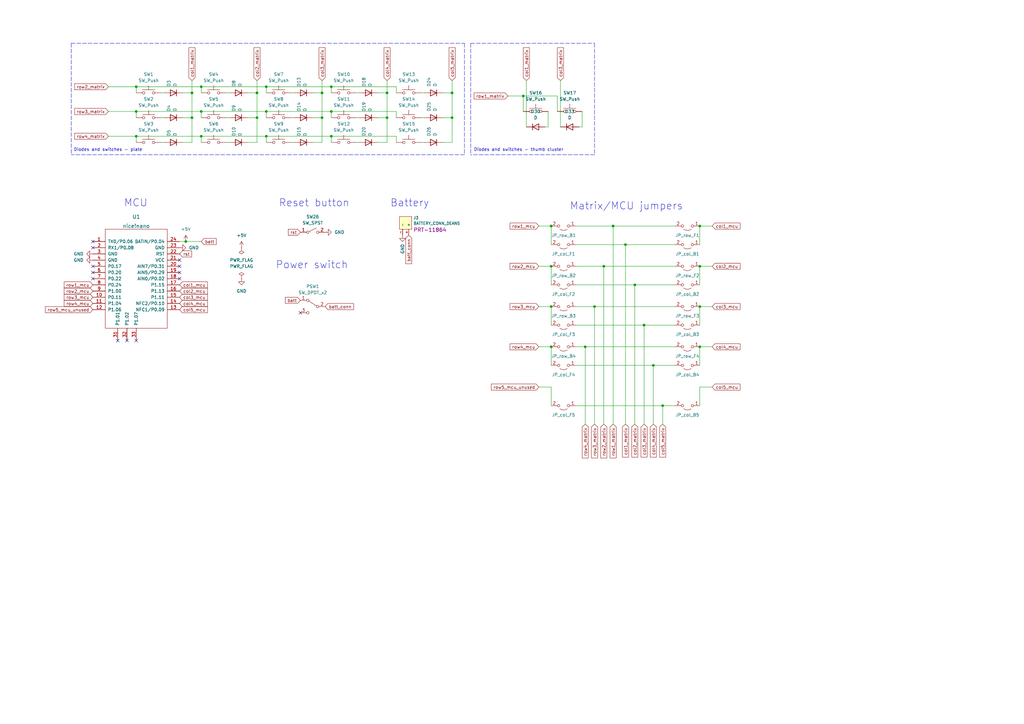
<source format=kicad_sch>
(kicad_sch (version 20211123) (generator eeschema)
  (paper "A3")
  (title_block (title "Enzo Wireless") (rev "0.1"))
  (lib_symbols
    (symbol "Device:D" (pin_numbers hide) (pin_names (offset 1.016) hide)
      (property "Reference" "D" (at 0 2.54 0))
      (property "Value" "D" (at 0 -2.54 0))
      (symbol "D_0_1"
        (polyline (pts (xy -1.27 1.27) (xy -1.27 -1.27)) (stroke (width 0.254)))
        (polyline (pts (xy 1.27 0) (xy -1.27 0)))
        (polyline (pts (xy 1.27 1.27) (xy 1.27 -1.27) (xy -1.27 0) (xy 1.27 1.27)) (stroke (width 0.254)))
      )
      (symbol "D_1_1"
        (pin passive line (at -3.81 0 0) (length 2.54) (name "K") (number "1"))
        (pin passive line (at 3.81 0 180) (length 2.54) (name "A") (number "2"))
      )
    )
    (symbol "Jumper:Jumper_2_Open" (pin_names (offset 0) hide)
      (property "Reference" "JP" (at 0 2.794 0))
      (property "Value" "Jumper_2_Open" (at 0 -2.286 0))
      (symbol "Jumper_2_Open_0_0"
        (circle (center -2.032 0) (radius 0.508))
        (circle (center 2.032 0) (radius 0.508))
      )
      (symbol "Jumper_2_Open_0_1"
        (arc (start 1.524 1.27) (mid 0 1.778) (end -1.524 1.27))
      )
      (symbol "Jumper_2_Open_1_1"
        (pin passive line (at -5.08 0 0) (length 2.54) (name "A") (number "1"))
        (pin passive line (at 5.08 0 180) (length 2.54) (name "B") (number "2"))
      )
    )
    (symbol "SW_Push_1" (pin_numbers hide) (pin_names (offset 1.016) hide)
      (property "Reference" "SW" (at 1.27 2.54 0))
      (property "Value" "SW_Push_1" (at 0 -1.524 0))
      (symbol "SW_Push_1_0_1"
        (circle (center -2.032 0) (radius 0.508))
        (polyline (pts (xy 0 1.27) (xy 0 3.048)))
        (polyline (pts (xy 2.54 1.27) (xy -2.54 1.27)))
        (circle (center 2.032 0) (radius 0.508))
        (pin passive line (at -5.08 0 0) (length 2.54) (name "1") (number "1"))
        (pin passive line (at 5.08 0 180) (length 2.54) (name "2") (number "2"))
      )
    )
    (symbol "SW_Push_10" (pin_numbers hide) (pin_names (offset 1.016) hide)
      (property "Reference" "SW" (at 1.27 2.54 0))
      (property "Value" "SW_Push_10" (at 0 -1.524 0))
      (symbol "SW_Push_10_0_1"
        (circle (center -2.032 0) (radius 0.508))
        (polyline (pts (xy 0 1.27) (xy 0 3.048)))
        (polyline (pts (xy 2.54 1.27) (xy -2.54 1.27)))
        (circle (center 2.032 0) (radius 0.508))
        (pin passive line (at -5.08 0 0) (length 2.54) (name "1") (number "1"))
        (pin passive line (at 5.08 0 180) (length 2.54) (name "2") (number "2"))
      )
    )
    (symbol "SW_Push_11" (pin_numbers hide) (pin_names (offset 1.016) hide)
      (property "Reference" "SW" (at 1.27 2.54 0))
      (property "Value" "SW_Push_11" (at 0 -1.524 0))
      (symbol "SW_Push_11_0_1"
        (circle (center -2.032 0) (radius 0.508))
        (polyline (pts (xy 0 1.27) (xy 0 3.048)))
        (polyline (pts (xy 2.54 1.27) (xy -2.54 1.27)))
        (circle (center 2.032 0) (radius 0.508))
        (pin passive line (at -5.08 0 0) (length 2.54) (name "1") (number "1"))
        (pin passive line (at 5.08 0 180) (length 2.54) (name "2") (number "2"))
      )
    )
    (symbol "SW_Push_12" (pin_numbers hide) (pin_names (offset 1.016) hide)
      (property "Reference" "SW" (at 1.27 2.54 0))
      (property "Value" "SW_Push_12" (at 0 -1.524 0))
      (symbol "SW_Push_12_0_1"
        (circle (center -2.032 0) (radius 0.508))
        (polyline (pts (xy 0 1.27) (xy 0 3.048)))
        (polyline (pts (xy 2.54 1.27) (xy -2.54 1.27)))
        (circle (center 2.032 0) (radius 0.508))
        (pin passive line (at -5.08 0 0) (length 2.54) (name "1") (number "1"))
        (pin passive line (at 5.08 0 180) (length 2.54) (name "2") (number "2"))
      )
    )
    (symbol "SW_Push_13" (pin_numbers hide) (pin_names (offset 1.016) hide)
      (property "Reference" "SW" (at 1.27 2.54 0))
      (property "Value" "SW_Push_13" (at 0 -1.524 0))
      (symbol "SW_Push_13_0_1"
        (circle (center -2.032 0) (radius 0.508))
        (polyline (pts (xy 0 1.27) (xy 0 3.048)))
        (polyline (pts (xy 2.54 1.27) (xy -2.54 1.27)))
        (circle (center 2.032 0) (radius 0.508))
        (pin passive line (at -5.08 0 0) (length 2.54) (name "1") (number "1"))
        (pin passive line (at 5.08 0 180) (length 2.54) (name "2") (number "2"))
      )
    )
    (symbol "SW_Push_14" (pin_numbers hide) (pin_names (offset 1.016) hide)
      (property "Reference" "SW" (at 1.27 2.54 0))
      (property "Value" "SW_Push_14" (at 0 -1.524 0))
      (symbol "SW_Push_14_0_1"
        (circle (center -2.032 0) (radius 0.508))
        (polyline (pts (xy 0 1.27) (xy 0 3.048)))
        (polyline (pts (xy 2.54 1.27) (xy -2.54 1.27)))
        (circle (center 2.032 0) (radius 0.508))
        (pin passive line (at -5.08 0 0) (length 2.54) (name "1") (number "1"))
        (pin passive line (at 5.08 0 180) (length 2.54) (name "2") (number "2"))
      )
    )
    (symbol "SW_Push_15" (pin_numbers hide) (pin_names (offset 1.016) hide)
      (property "Reference" "SW" (at 1.27 2.54 0))
      (property "Value" "SW_Push_15" (at 0 -1.524 0))
      (symbol "SW_Push_15_0_1"
        (circle (center -2.032 0) (radius 0.508))
        (polyline (pts (xy 0 1.27) (xy 0 3.048)))
        (polyline (pts (xy 2.54 1.27) (xy -2.54 1.27)))
        (circle (center 2.032 0) (radius 0.508))
        (pin passive line (at -5.08 0 0) (length 2.54) (name "1") (number "1"))
        (pin passive line (at 5.08 0 180) (length 2.54) (name "2") (number "2"))
      )
    )
    (symbol "SW_Push_16" (pin_numbers hide) (pin_names (offset 1.016) hide)
      (property "Reference" "SW" (at 1.27 2.54 0))
      (property "Value" "SW_Push_16" (at 0 -1.524 0))
      (symbol "SW_Push_16_0_1"
        (circle (center -2.032 0) (radius 0.508))
        (polyline (pts (xy 0 1.27) (xy 0 3.048)))
        (polyline (pts (xy 2.54 1.27) (xy -2.54 1.27)))
        (circle (center 2.032 0) (radius 0.508))
        (pin passive line (at -5.08 0 0) (length 2.54) (name "1") (number "1"))
        (pin passive line (at 5.08 0 180) (length 2.54) (name "2") (number "2"))
      )
    )
    (symbol "SW_Push_2" (pin_numbers hide) (pin_names (offset 1.016) hide)
      (property "Reference" "SW" (at 1.27 2.54 0))
      (property "Value" "SW_Push_2" (at 0 -1.524 0))
      (symbol "SW_Push_2_0_1"
        (circle (center -2.032 0) (radius 0.508))
        (polyline (pts (xy 0 1.27) (xy 0 3.048)))
        (polyline (pts (xy 2.54 1.27) (xy -2.54 1.27)))
        (circle (center 2.032 0) (radius 0.508))
        (pin passive line (at -5.08 0 0) (length 2.54) (name "1") (number "1"))
        (pin passive line (at 5.08 0 180) (length 2.54) (name "2") (number "2"))
      )
    )
    (symbol "SW_Push_3" (pin_numbers hide) (pin_names (offset 1.016) hide)
      (property "Reference" "SW" (at 1.27 2.54 0))
      (property "Value" "SW_Push_3" (at 0 -1.524 0))
      (symbol "SW_Push_3_0_1"
        (circle (center -2.032 0) (radius 0.508))
        (polyline (pts (xy 0 1.27) (xy 0 3.048)))
        (polyline (pts (xy 2.54 1.27) (xy -2.54 1.27)))
        (circle (center 2.032 0) (radius 0.508))
        (pin passive line (at -5.08 0 0) (length 2.54) (name "1") (number "1"))
        (pin passive line (at 5.08 0 180) (length 2.54) (name "2") (number "2"))
      )
    )
    (symbol "SW_Push_4" (pin_numbers hide) (pin_names (offset 1.016) hide)
      (property "Reference" "SW" (at 1.27 2.54 0))
      (property "Value" "SW_Push_4" (at 0 -1.524 0))
      (symbol "SW_Push_4_0_1"
        (circle (center -2.032 0) (radius 0.508))
        (polyline (pts (xy 0 1.27) (xy 0 3.048)))
        (polyline (pts (xy 2.54 1.27) (xy -2.54 1.27)))
        (circle (center 2.032 0) (radius 0.508))
        (pin passive line (at -5.08 0 0) (length 2.54) (name "1") (number "1"))
        (pin passive line (at 5.08 0 180) (length 2.54) (name "2") (number "2"))
      )
    )
    (symbol "SW_Push_5" (pin_numbers hide) (pin_names (offset 1.016) hide)
      (property "Reference" "SW" (at 1.27 2.54 0))
      (property "Value" "SW_Push_5" (at 0 -1.524 0))
      (symbol "SW_Push_5_0_1"
        (circle (center -2.032 0) (radius 0.508))
        (polyline (pts (xy 0 1.27) (xy 0 3.048)))
        (polyline (pts (xy 2.54 1.27) (xy -2.54 1.27)))
        (circle (center 2.032 0) (radius 0.508))
        (pin passive line (at -5.08 0 0) (length 2.54) (name "1") (number "1"))
        (pin passive line (at 5.08 0 180) (length 2.54) (name "2") (number "2"))
      )
    )
    (symbol "SW_Push_6" (pin_numbers hide) (pin_names (offset 1.016) hide)
      (property "Reference" "SW" (at 1.27 2.54 0))
      (property "Value" "SW_Push_6" (at 0 -1.524 0))
      (symbol "SW_Push_6_0_1"
        (circle (center -2.032 0) (radius 0.508))
        (polyline (pts (xy 0 1.27) (xy 0 3.048)))
        (polyline (pts (xy 2.54 1.27) (xy -2.54 1.27)))
        (circle (center 2.032 0) (radius 0.508))
        (pin passive line (at -5.08 0 0) (length 2.54) (name "1") (number "1"))
        (pin passive line (at 5.08 0 180) (length 2.54) (name "2") (number "2"))
      )
    )
    (symbol "SW_Push_7" (pin_numbers hide) (pin_names (offset 1.016) hide)
      (property "Reference" "SW" (at 1.27 2.54 0))
      (property "Value" "SW_Push_7" (at 0 -1.524 0))
      (symbol "SW_Push_7_0_1"
        (circle (center -2.032 0) (radius 0.508))
        (polyline (pts (xy 0 1.27) (xy 0 3.048)))
        (polyline (pts (xy 2.54 1.27) (xy -2.54 1.27)))
        (circle (center 2.032 0) (radius 0.508))
        (pin passive line (at -5.08 0 0) (length 2.54) (name "1") (number "1"))
        (pin passive line (at 5.08 0 180) (length 2.54) (name "2") (number "2"))
      )
    )
    (symbol "SW_Push_8" (pin_numbers hide) (pin_names (offset 1.016) hide)
      (property "Reference" "SW" (at 1.27 2.54 0))
      (property "Value" "SW_Push_8" (at 0 -1.524 0))
      (symbol "SW_Push_8_0_1"
        (circle (center -2.032 0) (radius 0.508))
        (polyline (pts (xy 0 1.27) (xy 0 3.048)))
        (polyline (pts (xy 2.54 1.27) (xy -2.54 1.27)))
        (circle (center 2.032 0) (radius 0.508))
        (pin passive line (at -5.08 0 0) (length 2.54) (name "1") (number "1"))
        (pin passive line (at 5.08 0 180) (length 2.54) (name "2") (number "2"))
      )
    )
    (symbol "SW_Push_9" (pin_numbers hide) (pin_names (offset 1.016) hide)
      (property "Reference" "SW" (at 1.27 2.54 0))
      (property "Value" "SW_Push_9" (at 0 -1.524 0))
      (symbol "SW_Push_9_0_1"
        (circle (center -2.032 0) (radius 0.508))
        (polyline (pts (xy 0 1.27) (xy 0 3.048)))
        (polyline (pts (xy 2.54 1.27) (xy -2.54 1.27)))
        (circle (center 2.032 0) (radius 0.508))
        (pin passive line (at -5.08 0 0) (length 2.54) (name "1") (number "1"))
        (pin passive line (at 5.08 0 180) (length 2.54) (name "2") (number "2"))
      )
    )
    (symbol "SparkFun-Connectors:BATTERY_CONN_DEANS" (pin_names (offset 1.016))
      (property "Reference" "J" (at -5.08 5.08 0))
      (property "Value" "BATTERY_CONN_DEANS" (at -5.08 -3.81 0))
      (property "Field4" "PRT-11864" (at 0 8.89 0))
      (symbol "BATTERY_CONN_DEANS_0_1"
        (rectangle (start 0 3.81) (end -5.08 -1.27) (fill (type background)))
      )
      (symbol "BATTERY_CONN_DEANS_1_1"
        (pin passive line (at 2.54 2.54 180) (length 2.54) (name "+") (number "+"))
        (pin passive line (at 2.54 0 180) (length 2.54) (name "-") (number "-"))
      )
    )
    (symbol "Switch:SW_Push" (pin_numbers hide) (pin_names (offset 1.016) hide)
      (property "Reference" "SW" (at 1.27 2.54 0))
      (property "Value" "SW_Push" (at 0 -1.524 0))
      (symbol "SW_Push_0_1"
        (circle (center -2.032 0) (radius 0.508))
        (polyline (pts (xy 0 1.27) (xy 0 3.048)))
        (polyline (pts (xy 2.54 1.27) (xy -2.54 1.27)))
        (circle (center 2.032 0) (radius 0.508))
        (pin passive line (at -5.08 0 0) (length 2.54) (name "1") (number "1"))
        (pin passive line (at 5.08 0 180) (length 2.54) (name "2") (number "2"))
      )
    )
    (symbol "Switch:SW_SPST" (pin_names (offset 0) hide)
      (property "Reference" "SW" (at 0 3.175 0))
      (property "Value" "SW_SPST" (at 0 -2.54 0))
      (symbol "SW_SPST_0_0"
        (circle (center -2.032 0) (radius 0.508))
        (polyline (pts (xy -1.524 0.254) (xy 1.524 1.778)))
        (circle (center 2.032 0) (radius 0.508))
      )
      (symbol "SW_SPST_1_1"
        (pin passive line (at -5.08 0 0) (length 2.54) (name "A") (number "1"))
        (pin passive line (at 5.08 0 180) (length 2.54) (name "B") (number "2"))
      )
    )
    (symbol "jiran-ble:SW_DPDT" (pin_names hide)
      (property "Reference" "SW" (at 0 7.62 0))
      (property "Value" "SW_DPDT" (at 0 5.715 0))
      (symbol "SW_DPDT_0_0"
        (circle (center -3.302 0) (radius 0.508))
        (circle (center 0.762 -2.54) (radius 0.508))
      )
      (symbol "SW_DPDT_0_1"
        (polyline (pts (xy -2.794 0.254) (xy 0.381 2.286)))
        (circle (center 0.762 2.54) (radius 0.508))
      )
      (symbol "SW_DPDT_1_1"
        (pin passive line (at 3.81 2.54 180) (length 2.54) (name "A") (number "1"))
        (pin passive line (at -6.35 0 0) (length 2.54) (name "B") (number "2"))
        (pin passive line (at 3.81 -2.54 180) (length 2.54) (name "C") (number "3"))
      )
    )
    (symbol "nice_nano:nice_nano" (pin_names (offset 1.016))
      (property "Reference" "U" (at 0 0 0))
      (property "Value" "nice_nano" (at 0 2.54 0))
      (symbol "nice_nano_0_1"
        (rectangle (start -12.7 -21.59) (end 12.7 19.05))
      )
      (symbol "nice_nano_1_1"
        (pin input line (at -17.78 13.97 0) (length 5.08) (name "TX0/P0.06") (number "1"))
        (pin input line (at -17.78 -8.89 0) (length 5.08) (name "P0.11") (number "10"))
        (pin input line (at -17.78 -11.43 0) (length 5.08) (name "P1.04") (number "11"))
        (pin input line (at -17.78 -13.97 0) (length 5.08) (name "P1.06") (number "12"))
        (pin input line (at 17.78 -13.97 180) (length 5.08) (name "NFC1/P0.09") (number "13"))
        (pin input line (at 17.78 -11.43 180) (length 5.08) (name "NFC2/P0.10") (number "14"))
        (pin input line (at 17.78 -8.89 180) (length 5.08) (name "P1.11") (number "15"))
        (pin input line (at 17.78 -6.35 180) (length 5.08) (name "P1.13") (number "16"))
        (pin input line (at 17.78 -3.81 180) (length 5.08) (name "P1.15") (number "17"))
        (pin input line (at 17.78 -1.27 180) (length 5.08) (name "AIN0/P0.02") (number "18"))
        (pin input line (at 17.78 1.27 180) (length 5.08) (name "AIN5/P0.29") (number "19"))
        (pin input line (at -17.78 11.43 0) (length 5.08) (name "RX1/P0.08") (number "2"))
        (pin input line (at 17.78 3.81 180) (length 5.08) (name "AIN7/P0.31") (number "20"))
        (pin input line (at 17.78 6.35 180) (length 5.08) (name "VCC") (number "21"))
        (pin input line (at 17.78 8.89 180) (length 5.08) (name "RST") (number "22"))
        (pin input line (at 17.78 11.43 180) (length 5.08) (name "GND") (number "23"))
        (pin input line (at 17.78 13.97 180) (length 5.08) (name "BATIN/P0.04") (number "24"))
        (pin input line (at -17.78 8.89 0) (length 5.08) (name "GND") (number "3"))
        (pin input line (at -7.62 -26.67 90) (length 5.08) (name "P1.01") (number "31"))
        (pin input line (at -3.81 -26.67 90) (length 5.08) (name "P1.02") (number "32"))
        (pin input line (at 0 -26.67 90) (length 5.08) (name "P1.07") (number "33"))
        (pin input line (at -17.78 6.35 0) (length 5.08) (name "GND") (number "4"))
        (pin input line (at -17.78 3.81 0) (length 5.08) (name "P0.17") (number "5"))
        (pin input line (at -17.78 1.27 0) (length 5.08) (name "P0.20") (number "6"))
        (pin input line (at -17.78 -1.27 0) (length 5.08) (name "P0.22") (number "7"))
        (pin input line (at -17.78 -3.81 0) (length 5.08) (name "P0.24") (number "8"))
        (pin input line (at -17.78 -6.35 0) (length 5.08) (name "P1.00") (number "9"))
      )
    )
    (symbol "power:+5V" (power) (pin_names (offset 0))
      (property "Value" "+5V" (at 0 3.556 0))
      (symbol "+5V_0_1"
        (polyline (pts (xy -0.762 1.27) (xy 0 2.54)))
        (polyline (pts (xy 0 0) (xy 0 2.54)))
        (polyline (pts (xy 0 2.54) (xy 0.762 1.27)))
      )
      (symbol "+5V_1_1"
        (pin power_in line (at 0 0 90) (length 0) hide (name "+5V") (number "1"))
      )
    )
    (symbol "power:GND" (power) (pin_names (offset 0))
      (property "Value" "GND" (at 0 -3.81 0))
      (symbol "GND_0_1"
        (polyline (pts (xy 0 0) (xy 0 -1.27) (xy 1.27 -1.27) (xy 0 -2.54) (xy -1.27 -1.27) (xy 0 -1.27)))
      )
      (symbol "GND_1_1"
        (pin power_in line (at 0 0 270) (length 0) hide (name "GND") (number "1"))
      )
    )
    (symbol "power:PWR_FLAG" (power) (pin_numbers hide) (pin_names (offset 0) hide)
      (property "Value" "PWR_FLAG" (at 0 3.81 0))
      (symbol "PWR_FLAG_0_0"
        (pin power_out line (at 0 0 90) (length 0) (name "pwr") (number "1"))
      )
      (symbol "PWR_FLAG_0_1"
        (polyline (pts (xy 0 0) (xy 0 1.27) (xy -1.016 1.905) (xy 0 2.54) (xy 1.016 1.905) (xy 0 1.27)))
      )
    )
  )
  (junction (at 240.03 142.24))
  (junction (at 267.97 149.86))
  (junction (at 226.06 125.73))
  (junction (at 287.02 92.71))
  (junction (at 287.02 109.22))
  (junction (at 109.22 45.72))
  (junction (at 214.63 39.37))
  (junction (at 82.55 55.88))
  (junction (at 76.2 99.06))
  (junction (at 55.88 55.88))
  (junction (at 105.41 38.1))
  (junction (at 226.06 142.24))
  (junction (at 109.22 35.56))
  (junction (at 185.42 38.1))
  (junction (at 135.89 55.88))
  (junction (at 82.55 35.56))
  (junction (at 264.16 133.35))
  (junction (at 132.08 38.1))
  (junction (at 287.02 142.24))
  (junction (at 158.75 38.1))
  (junction (at 132.08 48.26))
  (junction (at 135.89 45.72))
  (junction (at 185.42 48.26))
  (junction (at 243.84 125.73))
  (junction (at 82.55 45.72))
  (junction (at 260.35 116.84))
  (junction (at 109.22 55.88))
  (junction (at 256.54 100.33))
  (junction (at 226.06 92.71))
  (junction (at 226.06 109.22))
  (junction (at 135.89 35.56))
  (junction (at 251.46 92.71))
  (junction (at 78.74 38.1))
  (junction (at 105.41 48.26))
  (junction (at 287.02 125.73))
  (junction (at 55.88 35.56))
  (junction (at 247.65 109.22))
  (junction (at 158.75 48.26))
  (junction (at 271.78 166.37))
  (junction (at 55.88 45.72))
  (junction (at 78.74 48.26))
  (no_connect (at 123.19 128.27))
  (no_connect (at 73.66 109.22))
  (no_connect (at 38.1 109.22))
  (no_connect (at 38.1 111.76))
  (no_connect (at 38.1 114.3))
  (no_connect (at 73.66 111.76))
  (no_connect (at 73.66 114.3))
  (no_connect (at 38.1 99.06))
  (no_connect (at 38.1 101.6))
  (no_connect (at 55.88 139.7))
  (no_connect (at 52.07 139.7))
  (no_connect (at 48.26 139.7))
  (no_connect (at 73.66 106.68))
  (wire (pts (xy 226.06 133.35) (xy 226.06 125.73)))
  (wire (pts (xy 251.46 92.71) (xy 276.86 92.71)))
  (wire (pts (xy 146.05 38.1) (xy 147.32 38.1)))
  (wire (pts (xy 185.42 48.26) (xy 185.42 58.42)))
  (wire (pts (xy 260.35 116.84) (xy 260.35 173.99)))
  (wire (pts (xy 181.61 48.26) (xy 185.42 48.26)))
  (wire (pts (xy 109.22 58.42) (xy 109.22 55.88)))
  (wire (pts (xy 135.89 45.72) (xy 162.56 45.72)))
  (wire (pts (xy 264.16 133.35) (xy 264.16 173.99)))
  (wire (pts (xy 55.88 35.56) (xy 82.55 35.56)))
  (wire (pts (xy 229.87 33.02) (xy 229.87 52.07)))
  (wire (pts (xy 292.1 109.22) (xy 287.02 109.22)))
  (wire (pts (xy 267.97 149.86) (xy 267.97 173.99)))
  (wire (pts (xy 55.88 58.42) (xy 55.88 55.88)))
  (wire (pts (xy 82.55 45.72) (xy 109.22 45.72)))
  (wire (pts (xy 215.9 33.02) (xy 215.9 52.07)))
  (wire (pts (xy 109.22 55.88) (xy 135.89 55.88)))
  (wire (pts (xy 158.75 38.1) (xy 158.75 48.26)))
  (wire (pts (xy 287.02 133.35) (xy 287.02 125.73)))
  (wire (pts (xy 76.2 99.06) (xy 73.66 99.06)))
  (wire (pts (xy 226.06 149.86) (xy 226.06 142.24)))
  (wire (pts (xy 92.71 58.42) (xy 93.98 58.42)))
  (wire (pts (xy 82.55 38.1) (xy 82.55 35.56)))
  (wire (pts (xy 228.6 39.37) (xy 228.6 45.72)))
  (wire (pts (xy 260.35 116.84) (xy 276.86 116.84)))
  (wire (pts (xy 109.22 38.1) (xy 109.22 35.56)))
  (wire (pts (xy 226.06 142.24) (xy 220.98 142.24)))
  (wire (pts (xy 247.65 109.22) (xy 247.65 173.99)))
  (wire (pts (xy 236.22 100.33) (xy 256.54 100.33)))
  (wire (pts (xy 128.27 48.26) (xy 132.08 48.26)))
  (wire (pts (xy 135.89 58.42) (xy 135.89 55.88)))
  (wire (pts (xy 66.04 38.1) (xy 67.31 38.1)))
  (wire (pts (xy 55.88 38.1) (xy 55.88 35.56)))
  (wire (pts (xy 105.41 38.1) (xy 105.41 48.26)))
  (wire (pts (xy 271.78 166.37) (xy 276.86 166.37)))
  (wire (pts (xy 105.41 33.02) (xy 105.41 38.1)))
  (wire (pts (xy 181.61 58.42) (xy 185.42 58.42)))
  (wire (pts (xy 82.55 99.06) (xy 76.2 99.06)))
  (wire (pts (xy 226.06 166.37) (xy 226.06 158.75)))
  (wire (pts (xy 162.56 48.26) (xy 162.56 45.72)))
  (wire (pts (xy 154.94 48.26) (xy 158.75 48.26)))
  (wire (pts (xy 78.74 48.26) (xy 78.74 58.42)))
  (wire (pts (xy 105.41 48.26) (xy 105.41 58.42)))
  (wire (pts (xy 82.55 58.42) (xy 82.55 55.88)))
  (wire (pts (xy 82.55 35.56) (xy 109.22 35.56)))
  (wire (pts (xy 185.42 38.1) (xy 185.42 48.26)))
  (wire (pts (xy 162.56 58.42) (xy 162.56 55.88)))
  (wire (pts (xy 128.27 58.42) (xy 132.08 58.42)))
  (wire (pts (xy 128.27 38.1) (xy 132.08 38.1)))
  (wire (pts (xy 287.02 149.86) (xy 287.02 142.24)))
  (wire (pts (xy 226.06 109.22) (xy 220.98 109.22)))
  (wire (pts (xy 267.97 149.86) (xy 276.86 149.86)))
  (wire (pts (xy 66.04 58.42) (xy 67.31 58.42)))
  (wire (pts (xy 132.08 38.1) (xy 132.08 48.26)))
  (wire (pts (xy 292.1 92.71) (xy 287.02 92.71)))
  (wire (pts (xy 82.55 55.88) (xy 109.22 55.88)))
  (wire (pts (xy 287.02 100.33) (xy 287.02 92.71)))
  (wire (pts (xy 78.74 33.02) (xy 78.74 38.1)))
  (polyline (pts (xy 190.5 17.78) (xy 190.5 63.5)))
  (wire (pts (xy 226.06 158.75) (xy 220.98 158.75)))
  (wire (pts (xy 172.72 48.26) (xy 173.99 48.26)))
  (wire (pts (xy 287.02 166.37) (xy 287.02 158.75)))
  (wire (pts (xy 292.1 125.73) (xy 287.02 125.73)))
  (wire (pts (xy 214.63 39.37) (xy 228.6 39.37)))
  (wire (pts (xy 256.54 100.33) (xy 276.86 100.33)))
  (wire (pts (xy 271.78 166.37) (xy 271.78 173.99)))
  (wire (pts (xy 162.56 38.1) (xy 162.56 35.56)))
  (polyline (pts (xy 243.84 17.78) (xy 243.84 63.5)))
  (wire (pts (xy 74.93 58.42) (xy 78.74 58.42)))
  (wire (pts (xy 243.84 125.73) (xy 243.84 173.99)))
  (wire (pts (xy 226.06 116.84) (xy 226.06 109.22)))
  (wire (pts (xy 226.06 100.33) (xy 226.06 92.71)))
  (wire (pts (xy 236.22 166.37) (xy 271.78 166.37)))
  (wire (pts (xy 55.88 48.26) (xy 55.88 45.72)))
  (wire (pts (xy 236.22 149.86) (xy 267.97 149.86)))
  (wire (pts (xy 135.89 38.1) (xy 135.89 35.56)))
  (wire (pts (xy 243.84 125.73) (xy 276.86 125.73)))
  (wire (pts (xy 78.74 38.1) (xy 78.74 48.26)))
  (wire (pts (xy 264.16 133.35) (xy 276.86 133.35)))
  (wire (pts (xy 92.71 48.26) (xy 93.98 48.26)))
  (wire (pts (xy 66.04 48.26) (xy 67.31 48.26)))
  (wire (pts (xy 55.88 55.88) (xy 82.55 55.88)))
  (wire (pts (xy 109.22 35.56) (xy 135.89 35.56)))
  (wire (pts (xy 181.61 38.1) (xy 185.42 38.1)))
  (polyline (pts (xy 190.5 63.5) (xy 29.21 63.5)))
  (wire (pts (xy 236.22 133.35) (xy 264.16 133.35)))
  (wire (pts (xy 109.22 48.26) (xy 109.22 45.72)))
  (wire (pts (xy 208.28 39.37) (xy 214.63 39.37)))
  (wire (pts (xy 236.22 125.73) (xy 243.84 125.73)))
  (wire (pts (xy 119.38 58.42) (xy 120.65 58.42)))
  (wire (pts (xy 236.22 116.84) (xy 260.35 116.84)))
  (polyline (pts (xy 29.21 17.78) (xy 190.5 17.78)))
  (wire (pts (xy 238.76 52.07) (xy 237.49 52.07)))
  (polyline (pts (xy 243.84 63.5) (xy 193.04 63.5)))
  (wire (pts (xy 236.22 142.24) (xy 240.03 142.24)))
  (wire (pts (xy 226.06 125.73) (xy 220.98 125.73)))
  (wire (pts (xy 292.1 158.75) (xy 287.02 158.75)))
  (wire (pts (xy 101.6 58.42) (xy 105.41 58.42)))
  (wire (pts (xy 146.05 58.42) (xy 147.32 58.42)))
  (wire (pts (xy 240.03 142.24) (xy 240.03 173.99)))
  (wire (pts (xy 119.38 38.1) (xy 120.65 38.1)))
  (wire (pts (xy 172.72 58.42) (xy 173.99 58.42)))
  (polyline (pts (xy 29.21 17.78) (xy 29.21 63.5)))
  (wire (pts (xy 109.22 45.72) (xy 135.89 45.72)))
  (wire (pts (xy 119.38 48.26) (xy 120.65 48.26)))
  (wire (pts (xy 287.02 116.84) (xy 287.02 109.22)))
  (wire (pts (xy 135.89 48.26) (xy 135.89 45.72)))
  (wire (pts (xy 214.63 39.37) (xy 214.63 45.72)))
  (wire (pts (xy 236.22 109.22) (xy 247.65 109.22)))
  (wire (pts (xy 44.45 45.72) (xy 55.88 45.72)))
  (wire (pts (xy 292.1 142.24) (xy 287.02 142.24)))
  (wire (pts (xy 236.22 92.71) (xy 251.46 92.71)))
  (wire (pts (xy 132.08 48.26) (xy 132.08 58.42)))
  (wire (pts (xy 256.54 100.33) (xy 256.54 173.99)))
  (wire (pts (xy 74.93 48.26) (xy 78.74 48.26)))
  (wire (pts (xy 224.79 52.07) (xy 223.52 52.07)))
  (wire (pts (xy 135.89 55.88) (xy 162.56 55.88)))
  (polyline (pts (xy 193.04 17.78) (xy 243.84 17.78)))
  (wire (pts (xy 185.42 33.02) (xy 185.42 38.1)))
  (wire (pts (xy 146.05 48.26) (xy 147.32 48.26)))
  (wire (pts (xy 82.55 48.26) (xy 82.55 45.72)))
  (wire (pts (xy 226.06 92.71) (xy 220.98 92.71)))
  (wire (pts (xy 55.88 45.72) (xy 82.55 45.72)))
  (wire (pts (xy 135.89 35.56) (xy 162.56 35.56)))
  (wire (pts (xy 154.94 38.1) (xy 158.75 38.1)))
  (wire (pts (xy 101.6 48.26) (xy 105.41 48.26)))
  (wire (pts (xy 238.76 45.72) (xy 238.76 52.07)))
  (wire (pts (xy 74.93 38.1) (xy 78.74 38.1)))
  (wire (pts (xy 224.79 45.72) (xy 224.79 52.07)))
  (wire (pts (xy 132.08 33.02) (xy 132.08 38.1)))
  (wire (pts (xy 158.75 33.02) (xy 158.75 38.1)))
  (wire (pts (xy 101.6 38.1) (xy 105.41 38.1)))
  (wire (pts (xy 44.45 35.56) (xy 55.88 35.56)))
  (wire (pts (xy 92.71 38.1) (xy 93.98 38.1)))
  (wire (pts (xy 154.94 58.42) (xy 158.75 58.42)))
  (wire (pts (xy 251.46 92.71) (xy 251.46 173.99)))
  (wire (pts (xy 44.45 55.88) (xy 55.88 55.88)))
  (wire (pts (xy 172.72 38.1) (xy 173.99 38.1)))
  (wire (pts (xy 247.65 109.22) (xy 276.86 109.22)))
  (polyline (pts (xy 193.04 17.78) (xy 193.04 63.5)))
  (wire (pts (xy 158.75 48.26) (xy 158.75 58.42)))
  (wire (pts (xy 240.03 142.24) (xy 276.86 142.24)))
  (text "MCU" (at 50.8 85.09 0) (effects (font (size 3 3)) (justify left bottom)))
  (text "Battery" (at 160.02 85.09 0) (effects (font (size 3 3)) (justify left bottom)))
  (text "Matrix/MCU jumpers" (at 233.68 86.36 0) (effects (font (size 3 3)) (justify left bottom)))
  (text "Diodes and switches - plate" (at 58.42 62.23 180) (effects (font (size 1.27 1.27)) (justify right bottom)))
  (text "Reset button" (at 114.3 85.09 0) (effects (font (size 3 3)) (justify left bottom)))
  (text "Power switch" (at 113.03 110.49 0) (effects (font (size 3 3)) (justify left bottom)))
  (text "Diodes and switches - thumb cluster" (at 231.14 62.23 180) (effects (font (size 1.27 1.27)) (justify right bottom)))
  (global_label "col1_matrix" (shape input) (at 256.54 173.99 270) (property "Intersheet References" "${INTERSHEET_REFS}" (effects hide)))
  (global_label "col5_mcu" (shape input) (at 73.66 127 0) (property "Intersheet References" "${INTERSHEET_REFS}" (effects hide)))
  (global_label "col1_matrix" (shape input) (at 215.9 33.02 90) (property "Intersheet References" "${INTERSHEET_REFS}" (effects hide)))
  (global_label "row2_mcu" (shape input) (at 38.1 119.38 180) (property "Intersheet References" "${INTERSHEET_REFS}" (effects hide)))
  (global_label "col3_matrix" (shape input) (at 229.87 33.02 90) (property "Intersheet References" "${INTERSHEET_REFS}" (effects hide)))
  (global_label "col3_mcu" (shape input) (at 292.1 125.73 0) (property "Intersheet References" "${INTERSHEET_REFS}" (effects hide)))
  (global_label "rst" (shape input) (at 73.66 104.14 0) (property "Intersheet References" "${INTERSHEET_REFS}" (effects hide)))
  (global_label "batt" (shape input) (at 82.55 99.06 0) (property "Intersheet References" "${INTERSHEET_REFS}" (effects hide)))
  (global_label "row3_mcu" (shape input) (at 220.98 125.73 180) (property "Intersheet References" "${INTERSHEET_REFS}" (effects hide)))
  (global_label "batt" (shape input) (at 123.19 123.19 180) (property "Intersheet References" "${INTERSHEET_REFS}" (effects hide)))
  (global_label "row4_matrix" (shape input) (at 240.03 173.99 270) (property "Intersheet References" "${INTERSHEET_REFS}" (effects hide)))
  (global_label "col2_mcu" (shape input) (at 292.1 109.22 0) (property "Intersheet References" "${INTERSHEET_REFS}" (effects hide)))
  (global_label "row2_matrix" (shape input) (at 44.45 35.56 180) (property "Intersheet References" "${INTERSHEET_REFS}" (effects hide)))
  (global_label "col2_matrix" (shape input) (at 105.41 33.02 90) (property "Intersheet References" "${INTERSHEET_REFS}" (effects hide)))
  (global_label "row1_matrix" (shape input) (at 208.28 39.37 180) (property "Intersheet References" "${INTERSHEET_REFS}" (effects hide)))
  (global_label "col3_matrix" (shape input) (at 132.08 33.02 90) (property "Intersheet References" "${INTERSHEET_REFS}" (effects hide)))
  (global_label "row4_mcu" (shape input) (at 38.1 124.46 180) (property "Intersheet References" "${INTERSHEET_REFS}" (effects hide)))
  (global_label "col5_matrix" (shape input) (at 271.78 173.99 270) (property "Intersheet References" "${INTERSHEET_REFS}" (effects hide)))
  (global_label "col3_mcu" (shape input) (at 73.66 121.92 0) (property "Intersheet References" "${INTERSHEET_REFS}" (effects hide)))
  (global_label "row5_mcu_unused" (shape input) (at 220.98 158.75 180) (property "Intersheet References" "${INTERSHEET_REFS}" (effects hide)))
  (global_label "batt_conn" (shape input) (at 133.35 125.73 0) (property "Intersheet References" "${INTERSHEET_REFS}" (effects hide)))
  (global_label "col1_mcu" (shape input) (at 73.66 116.84 0) (property "Intersheet References" "${INTERSHEET_REFS}" (effects hide)))
  (global_label "row5_mcu_unused" (shape input) (at 38.1 127 180) (property "Intersheet References" "${INTERSHEET_REFS}" (effects hide)))
  (global_label "batt_conn" (shape input) (at 167.64 96.52 270) (property "Intersheet References" "${INTERSHEET_REFS}" (effects hide)))
  (global_label "row3_matrix" (shape input) (at 44.45 45.72 180) (property "Intersheet References" "${INTERSHEET_REFS}" (effects hide)))
  (global_label "row3_mcu" (shape input) (at 38.1 121.92 180) (property "Intersheet References" "${INTERSHEET_REFS}" (effects hide)))
  (global_label "row1_matrix" (shape input) (at 251.46 173.99 270) (property "Intersheet References" "${INTERSHEET_REFS}" (effects hide)))
  (global_label "col1_mcu" (shape input) (at 292.1 92.71 0) (property "Intersheet References" "${INTERSHEET_REFS}" (effects hide)))
  (global_label "col5_matrix" (shape input) (at 185.42 33.02 90) (property "Intersheet References" "${INTERSHEET_REFS}" (effects hide)))
  (global_label "col4_mcu" (shape input) (at 292.1 142.24 0) (property "Intersheet References" "${INTERSHEET_REFS}" (effects hide)))
  (global_label "row4_matrix" (shape input) (at 44.45 55.88 180) (property "Intersheet References" "${INTERSHEET_REFS}" (effects hide)))
  (global_label "col4_mcu" (shape input) (at 73.66 124.46 0) (property "Intersheet References" "${INTERSHEET_REFS}" (effects hide)))
  (global_label "col4_matrix" (shape input) (at 267.97 173.99 270) (property "Intersheet References" "${INTERSHEET_REFS}" (effects hide)))
  (global_label "col5_mcu" (shape input) (at 292.1 158.75 0) (property "Intersheet References" "${INTERSHEET_REFS}" (effects hide)))
  (global_label "row4_mcu" (shape input) (at 220.98 142.24 180) (property "Intersheet References" "${INTERSHEET_REFS}" (effects hide)))
  (global_label "col2_matrix" (shape input) (at 260.35 173.99 270) (property "Intersheet References" "${INTERSHEET_REFS}" (effects hide)))
  (global_label "col2_mcu" (shape input) (at 73.66 119.38 0) (property "Intersheet References" "${INTERSHEET_REFS}" (effects hide)))
  (global_label "row2_mcu" (shape input) (at 220.98 109.22 180) (property "Intersheet References" "${INTERSHEET_REFS}" (effects hide)))
  (global_label "row1_mcu" (shape input) (at 38.1 116.84 180) (property "Intersheet References" "${INTERSHEET_REFS}" (effects hide)))
  (global_label "col1_matrix" (shape input) (at 78.74 33.02 90) (property "Intersheet References" "${INTERSHEET_REFS}" (effects hide)))
  (global_label "rst" (shape input) (at 123.19 95.25 180) (property "Intersheet References" "${INTERSHEET_REFS}" (effects hide)))
  (global_label "col4_matrix" (shape input) (at 158.75 33.02 90) (property "Intersheet References" "${INTERSHEET_REFS}" (effects hide)))
  (global_label "row2_matrix" (shape input) (at 247.65 173.99 270) (property "Intersheet References" "${INTERSHEET_REFS}" (effects hide)))
  (global_label "col3_matrix" (shape input) (at 264.16 173.99 270) (property "Intersheet References" "${INTERSHEET_REFS}" (effects hide)))
  (global_label "row3_matrix" (shape input) (at 243.84 173.99 270) (property "Intersheet References" "${INTERSHEET_REFS}" (effects hide)))
  (global_label "row1_mcu" (shape input) (at 220.98 92.71 180) (property "Intersheet References" "${INTERSHEET_REFS}" (effects hide)))
  (symbol (lib_id "Device:D") (at 177.8 48.26 180) (unit 1)
    (property "Reference" "D25" (at 175.895 45.72 90) (effects (justify right)))
    (property "Value" "D" (at 178.435 45.72 90) (effects (justify right)))
    (property "Footprint" "local-libraries:D_1206_handsolder_reversible" (effects hide))
  )
  (symbol (lib_id "Device:D") (at 151.13 58.42 180) (unit 1)
    (property "Reference" "D20" (at 149.225 55.88 90) (effects (justify right)))
    (property "Value" "D" (at 151.765 55.88 90) (effects (justify right)))
    (property "Footprint" "local-libraries:D_1206_handsolder_reversible" (effects hide))
  )
  (symbol (lib_id "power:GND") (at 38.1 104.14 270) (unit 1)
    (property "Reference" "#PWR0102" (effects hide))
    (property "Value" "GND" (at 34.29 104.1399 90) (effects (justify right)))
  )
  (symbol (lib_name "SW_Push_9") (lib_id "Switch:SW_Push") (at 87.63 58.42 0) (unit 1)
    (property "Reference" "SW6" (at 87.63 50.8 0))
    (property "Value" "SW_Push" (at 87.63 53.34 0))
    (property "Footprint" "local-libraries:SW_MX_choc" (effects hide))
  )
  (symbol (lib_name "SW_Push_12") (lib_id "Switch:SW_Push") (at 60.96 38.1 0) (unit 1)
    (property "Reference" "SW1" (at 60.96 30.48 0))
    (property "Value" "SW_Push" (at 60.96 33.02 0))
    (property "Footprint" "local-libraries:SW_MX_choc" (effects hide))
  )
  (symbol (lib_name "SW_Push_6") (lib_id "Switch:SW_Push") (at 140.97 38.1 0) (unit 1)
    (property "Reference" "SW10" (at 140.97 30.48 0))
    (property "Value" "SW_Push" (at 140.97 33.02 0))
    (property "Footprint" "local-libraries:SW_MX_choc" (effects hide))
  )
  (symbol (lib_id "Jumper:Jumper_2_Open") (at 231.14 133.35 180) (unit 1)
    (property "Reference" "JP_col_F3" (at 231.14 137.16 0))
    (property "Value" "Jumper_2_Open" (effects hide))
    (property "Footprint" "local-libraries:SolderJumper-2_P1.3mm_Open_RoundedPad1.0x1.5mm" (effects hide))
  )
  (symbol (lib_id "Jumper:Jumper_2_Open") (at 231.14 142.24 180) (unit 1)
    (property "Reference" "JP_row_B4" (at 231.14 146.05 0))
    (property "Value" "Jumper_2_Open" (effects hide))
    (property "Footprint" "local-libraries:SolderJumper-2_P1.3mm_Open_RoundedPad1.0x1.5mm" (effects hide))
  )
  (symbol (lib_name "SW_Push_13") (lib_id "Switch:SW_Push") (at 167.64 58.42 0) (unit 1)
    (property "Reference" "SW15" (at 167.64 50.8 0))
    (property "Value" "SW_Push" (at 167.64 53.34 0))
    (property "Footprint" "local-libraries:SW_MX_choc" (effects hide))
  )
  (symbol (lib_id "power:PWR_FLAG") (at 99.06 101.6 180) (unit 1)
    (property "Reference" "#FLG0101" (effects hide))
    (property "Value" "PWR_FLAG" (at 99.06 106.68 0))
  )
  (symbol (lib_name "SW_Push_3") (lib_id "Switch:SW_Push") (at 114.3 38.1 0) (unit 1)
    (property "Reference" "SW7" (at 114.3 30.48 0))
    (property "Value" "SW_Push" (at 114.3 33.02 0))
    (property "Footprint" "local-libraries:SW_MX_choc" (effects hide))
  )
  (symbol (lib_id "Jumper:Jumper_2_Open") (at 281.94 109.22 180) (unit 1)
    (property "Reference" "JP_row_F2" (at 281.94 113.03 0))
    (property "Value" "Jumper_2_Open" (effects hide))
    (property "Footprint" "local-libraries:SolderJumper-2_P1.3mm_Open_RoundedPad1.0x1.5mm" (effects hide))
  )
  (symbol (lib_id "SparkFun-Connectors:BATTERY_CONN_DEANS") (at 165.1 93.98 270) (unit 1)
    (property "Reference" "J3" (at 169.545 89.3095 90) (effects (font (size 1.143 1.143)) (justify left)))
    (property "Value" "BATTERY_CONN_DEANS" (at 169.545 91.6181 90) (effects (font (size 1.143 1.143)) (justify left)))
    (property "Footprint" "local-libraries:battery_connector_THT" (effects hide))
    (property "Field4" "PRT-11864" (at 169.545 94.2691 90) (effects (font (size 1.524 1.524)) (justify left)))
  )
  (symbol (lib_id "Jumper:Jumper_2_Open") (at 231.14 109.22 180) (unit 1)
    (property "Reference" "JP_row_B2" (at 231.14 113.03 0))
    (property "Value" "Jumper_2_Open" (effects hide))
    (property "Footprint" "local-libraries:SolderJumper-2_P1.3mm_Open_RoundedPad1.0x1.5mm" (effects hide))
  )
  (symbol (lib_id "Jumper:Jumper_2_Open") (at 231.14 116.84 180) (unit 1)
    (property "Reference" "JP_col_F2" (at 231.14 120.65 0))
    (property "Value" "Jumper_2_Open" (effects hide))
    (property "Footprint" "local-libraries:SolderJumper-2_P1.3mm_Open_RoundedPad1.0x1.5mm" (effects hide))
  )
  (symbol (lib_id "Device:D") (at 219.71 52.07 0) (unit 1)
    (property "Reference" "D30" (at 219.71 45.72 0))
    (property "Value" "D" (at 219.71 48.26 0))
    (property "Footprint" "local-libraries:D_1206_handsolder_reversible" (effects hide))
  )
  (symbol (lib_id "Jumper:Jumper_2_Open") (at 231.14 100.33 180) (unit 1)
    (property "Reference" "JP_col_F1" (at 231.14 104.14 0))
    (property "Value" "Jumper_2_Open" (effects hide))
    (property "Footprint" "local-libraries:SolderJumper-2_P1.3mm_Open_RoundedPad1.0x1.5mm" (effects hide))
  )
  (symbol (lib_id "Jumper:Jumper_2_Open") (at 231.14 92.71 180) (unit 1)
    (property "Reference" "JP_row_B1" (at 231.14 96.52 0))
    (property "Value" "Jumper_2_Open" (effects hide))
    (property "Footprint" "local-libraries:SolderJumper-2_P1.3mm_Open_RoundedPad1.0x1.5mm" (effects hide))
  )
  (symbol (lib_id "Device:D") (at 151.13 38.1 180) (unit 1)
    (property "Reference" "D18" (at 149.225 35.56 90) (effects (justify right)))
    (property "Value" "D" (at 151.765 35.56 90) (effects (justify right)))
    (property "Footprint" "local-libraries:D_1206_handsolder_reversible" (effects hide))
  )
  (symbol (lib_id "power:+5V") (at 76.2 99.06 0) (unit 1)
    (property "Reference" "#PWR0106" (effects hide))
    (property "Value" "+5V" (at 76.2 93.98 0))
  )
  (symbol (lib_id "power:+5V") (at 99.06 101.6 0) (unit 1)
    (property "Reference" "#PWR0107" (effects hide))
    (property "Value" "+5V" (at 99.06 96.52 0))
  )
  (symbol (lib_id "nice_nano:nice_nano") (at 55.88 113.03 0) (unit 1)
    (property "Reference" "U1" (at 55.88 88.9 0) (effects (font (size 1.524 1.524))))
    (property "Value" "nice!nano" (at 55.88 92.71 0) (effects (font (size 1.524 1.524))))
  )
  (symbol (lib_id "Device:D") (at 71.12 58.42 180) (unit 1)
    (property "Reference" "D5" (at 69.215 55.88 90) (effects (justify right)))
    (property "Value" "D" (at 71.755 55.88 90) (effects (justify right)))
    (property "Footprint" "local-libraries:D_1206_handsolder_reversible" (effects hide))
  )
  (symbol (lib_name "SW_Push_10") (lib_id "Switch:SW_Push") (at 60.96 48.26 0) (unit 1)
    (property "Reference" "SW2" (at 60.96 40.64 0))
    (property "Value" "SW_Push" (at 60.96 43.18 0))
    (property "Footprint" "local-libraries:SW_MX_choc" (effects hide))
  )
  (symbol (lib_id "jiran-ble:SW_DPDT") (at 127 125.73 0) (mirror y) (unit 1)
    (property "Reference" "PSW1" (at 128.27 117.475 0))
    (property "Value" "SW_DPDT_x2" (at 128.27 120.015 0))
    (property "Footprint" "local-libraries:Switch_MSK-12C01-07" (effects hide))
    (property "LCSC" "C431540" (effects hide))
  )
  (symbol (lib_id "Device:D") (at 124.46 48.26 180) (unit 1)
    (property "Reference" "D14" (at 122.555 45.72 90) (effects (justify right)))
    (property "Value" "D" (at 125.095 45.72 90) (effects (justify right)))
    (property "Footprint" "local-libraries:D_1206_handsolder_reversible" (effects hide))
  )
  (symbol (lib_id "Jumper:Jumper_2_Open") (at 231.14 125.73 180) (unit 1)
    (property "Reference" "JP_row_B3" (at 231.14 129.54 0))
    (property "Value" "Jumper_2_Open" (effects hide))
    (property "Footprint" "local-libraries:SolderJumper-2_P1.3mm_Open_RoundedPad1.0x1.5mm" (effects hide))
  )
  (symbol (lib_id "Device:D") (at 177.8 58.42 180) (unit 1)
    (property "Reference" "D26" (at 175.895 55.88 90) (effects (justify right)))
    (property "Value" "D" (at 178.435 55.88 90) (effects (justify right)))
    (property "Footprint" "local-libraries:D_1206_handsolder_reversible" (effects hide))
  )
  (symbol (lib_id "Device:D") (at 97.79 48.26 180) (unit 1)
    (property "Reference" "D9" (at 95.885 45.72 90) (effects (justify right)))
    (property "Value" "D" (at 98.425 45.72 90) (effects (justify right)))
    (property "Footprint" "local-libraries:D_1206_handsolder_reversible" (effects hide))
  )
  (symbol (lib_id "Jumper:Jumper_2_Open") (at 281.94 149.86 180) (unit 1)
    (property "Reference" "JP_col_B4" (at 281.94 153.67 0))
    (property "Value" "Jumper_2_Open" (effects hide))
    (property "Footprint" "local-libraries:SolderJumper-2_P1.3mm_Open_RoundedPad1.0x1.5mm" (effects hide))
  )
  (symbol (lib_name "SW_Push_11") (lib_id "Switch:SW_Push") (at 60.96 58.42 0) (unit 1)
    (property "Reference" "SW3" (at 60.96 50.8 0))
    (property "Value" "SW_Push" (at 60.96 53.34 0))
    (property "Footprint" "local-libraries:SW_MX_choc" (effects hide))
  )
  (symbol (lib_id "Device:D") (at 97.79 58.42 180) (unit 1)
    (property "Reference" "D10" (at 95.885 55.88 90) (effects (justify right)))
    (property "Value" "D" (at 98.425 55.88 90) (effects (justify right)))
    (property "Footprint" "local-libraries:D_1206_handsolder_reversible" (effects hide))
  )
  (symbol (lib_id "power:GND") (at 133.35 95.25 90) (unit 1)
    (property "Reference" "#PWR0104" (effects hide))
    (property "Value" "GND" (at 137.16 95.2499 90) (effects (justify right)))
  )
  (symbol (lib_id "power:GND") (at 73.66 101.6 90) (unit 1)
    (property "Reference" "#PWR0103" (effects hide))
    (property "Value" "GND" (at 77.47 101.5999 90) (effects (justify right)))
  )
  (symbol (lib_id "Jumper:Jumper_2_Open") (at 231.14 166.37 180) (unit 1)
    (property "Reference" "JP_col_F5" (at 231.14 170.18 0))
    (property "Value" "Jumper_2_Open" (effects hide))
    (property "Footprint" "local-libraries:SolderJumper-2_P1.3mm_Open_RoundedPad1.0x1.5mm" (effects hide))
  )
  (symbol (lib_name "SW_Push_7") (lib_id "Switch:SW_Push") (at 87.63 48.26 0) (unit 1)
    (property "Reference" "SW5" (at 87.63 40.64 0))
    (property "Value" "SW_Push" (at 87.63 43.18 0))
    (property "Footprint" "local-libraries:SW_MX_choc" (effects hide))
  )
  (symbol (lib_name "SW_Push_15") (lib_id "Switch:SW_Push") (at 167.64 38.1 0) (unit 1)
    (property "Reference" "SW13" (at 167.64 30.48 0))
    (property "Value" "SW_Push" (at 167.64 33.02 0))
    (property "Footprint" "local-libraries:SW_MX_choc" (effects hide))
  )
  (symbol (lib_id "Jumper:Jumper_2_Open") (at 281.94 142.24 180) (unit 1)
    (property "Reference" "JP_row_F4" (at 281.94 146.05 0))
    (property "Value" "Jumper_2_Open" (effects hide))
    (property "Footprint" "local-libraries:SolderJumper-2_P1.3mm_Open_RoundedPad1.0x1.5mm" (effects hide))
  )
  (symbol (lib_id "Device:D") (at 71.12 48.26 180) (unit 1)
    (property "Reference" "D4" (at 69.215 45.72 90) (effects (justify right)))
    (property "Value" "D" (at 71.755 45.72 90) (effects (justify right)))
    (property "Footprint" "local-libraries:D_1206_handsolder_reversible" (effects hide))
  )
  (symbol (lib_id "power:PWR_FLAG") (at 99.06 114.3 0) (unit 1)
    (property "Reference" "#FLG0102" (effects hide))
    (property "Value" "PWR_FLAG" (at 99.06 109.22 0))
  )
  (symbol (lib_id "Device:D") (at 177.8 38.1 180) (unit 1)
    (property "Reference" "D24" (at 175.895 35.56 90) (effects (justify right)))
    (property "Value" "D" (at 178.435 35.56 90) (effects (justify right)))
    (property "Footprint" "local-libraries:D_1206_handsolder_reversible" (effects hide))
  )
  (symbol (lib_id "power:GND") (at 165.1 96.52 0) (unit 1)
    (property "Reference" "#PWR0105" (effects hide))
    (property "Value" "GND" (at 165.1 104.14 90) (effects (justify left)))
  )
  (symbol (lib_id "Jumper:Jumper_2_Open") (at 281.94 100.33 180) (unit 1)
    (property "Reference" "JP_col_B1" (at 281.94 104.14 0))
    (property "Value" "Jumper_2_Open" (effects hide))
    (property "Footprint" "local-libraries:SolderJumper-2_P1.3mm_Open_RoundedPad1.0x1.5mm" (effects hide))
  )
  (symbol (lib_id "Device:D") (at 124.46 38.1 180) (unit 1)
    (property "Reference" "D13" (at 122.555 35.56 90) (effects (justify right)))
    (property "Value" "D" (at 125.095 35.56 90) (effects (justify right)))
    (property "Footprint" "local-libraries:D_1206_handsolder_reversible" (effects hide))
  )
  (symbol (lib_name "SW_Push_16") (lib_id "Switch:SW_Push") (at 219.71 45.72 0) (unit 1)
    (property "Reference" "SW16" (at 219.71 38.1 0))
    (property "Value" "SW_Push" (at 219.71 40.64 0))
    (property "Footprint" "local-libraries:SW_MX_choc" (effects hide))
  )
  (symbol (lib_name "SW_Push_14") (lib_id "Switch:SW_Push") (at 167.64 48.26 0) (unit 1)
    (property "Reference" "SW14" (at 167.64 40.64 0))
    (property "Value" "SW_Push" (at 167.64 43.18 0))
    (property "Footprint" "local-libraries:SW_MX_choc" (effects hide))
  )
  (symbol (lib_id "power:GND") (at 38.1 106.68 270) (unit 1)
    (property "Reference" "#PWR0101" (effects hide))
    (property "Value" "GND" (at 34.29 106.6799 90) (effects (justify right)))
  )
  (symbol (lib_name "SW_Push_1") (lib_id "Switch:SW_Push") (at 114.3 58.42 0) (unit 1)
    (property "Reference" "SW9" (at 114.3 50.8 0))
    (property "Value" "SW_Push" (at 114.3 53.34 0))
    (property "Footprint" "local-libraries:SW_MX_choc" (effects hide))
  )
  (symbol (lib_id "Device:D") (at 97.79 38.1 180) (unit 1)
    (property "Reference" "D8" (at 95.885 35.56 90) (effects (justify right)))
    (property "Value" "D" (at 98.425 35.56 90) (effects (justify right)))
    (property "Footprint" "local-libraries:D_1206_handsolder_reversible" (effects hide))
  )
  (symbol (lib_id "Device:D") (at 124.46 58.42 180) (unit 1)
    (property "Reference" "D15" (at 122.555 55.88 90) (effects (justify right)))
    (property "Value" "D" (at 125.095 55.88 90) (effects (justify right)))
    (property "Footprint" "local-libraries:D_1206_handsolder_reversible" (effects hide))
  )
  (symbol (lib_id "Device:D") (at 71.12 38.1 180) (unit 1)
    (property "Reference" "D3" (at 69.215 35.56 90) (effects (justify right)))
    (property "Value" "D" (at 71.755 35.56 90) (effects (justify right)))
    (property "Footprint" "local-libraries:D_1206_handsolder_reversible" (effects hide))
  )
  (symbol (lib_id "Switch:SW_SPST") (at 128.27 95.25 0) (unit 1)
    (property "Reference" "SW26" (at 128.27 88.9 0))
    (property "Value" "SW_SPST" (at 128.27 91.44 0))
    (property "Footprint" "local-libraries:SW_Push_1P1T_NO_6x6mm_H9.5mm" (effects hide))
  )
  (symbol (lib_id "Jumper:Jumper_2_Open") (at 281.94 133.35 180) (unit 1)
    (property "Reference" "JP_col_B3" (at 281.94 137.16 0))
    (property "Value" "Jumper_2_Open" (effects hide))
    (property "Footprint" "local-libraries:SolderJumper-2_P1.3mm_Open_RoundedPad1.0x1.5mm" (effects hide))
  )
  (symbol (lib_id "Jumper:Jumper_2_Open") (at 281.94 116.84 180) (unit 1)
    (property "Reference" "JP_col_B2" (at 281.94 120.65 0))
    (property "Value" "Jumper_2_Open" (effects hide))
    (property "Footprint" "local-libraries:SolderJumper-2_P1.3mm_Open_RoundedPad1.0x1.5mm" (effects hide))
  )
  (symbol (lib_id "Jumper:Jumper_2_Open") (at 281.94 125.73 180) (unit 1)
    (property "Reference" "JP_row_F3" (at 281.94 129.54 0))
    (property "Value" "Jumper_2_Open" (effects hide))
    (property "Footprint" "local-libraries:SolderJumper-2_P1.3mm_Open_RoundedPad1.0x1.5mm" (effects hide))
  )
  (symbol (lib_id "Jumper:Jumper_2_Open") (at 281.94 92.71 180) (unit 1)
    (property "Reference" "JP_row_F1" (at 281.94 96.52 0))
    (property "Value" "Jumper_2_Open" (effects hide))
    (property "Footprint" "local-libraries:SolderJumper-2_P1.3mm_Open_RoundedPad1.0x1.5mm" (effects hide))
  )
  (symbol (lib_id "Device:D") (at 151.13 48.26 180) (unit 1)
    (property "Reference" "D19" (at 149.225 45.72 90) (effects (justify right)))
    (property "Value" "D" (at 151.765 45.72 90) (effects (justify right)))
    (property "Footprint" "local-libraries:D_1206_handsolder_reversible" (effects hide))
  )
  (symbol (lib_id "Switch:SW_Push") (at 233.68 45.72 0) (unit 1)
    (property "Reference" "SW17" (at 233.68 38.1 0))
    (property "Value" "SW_Push" (at 233.68 40.64 0))
    (property "Footprint" "local-libraries:SW_MX_choc" (effects hide))
  )
  (symbol (lib_id "power:GND") (at 99.06 114.3 0) (unit 1)
    (property "Reference" "#PWR0108" (effects hide))
    (property "Value" "GND" (at 99.06 119.38 0))
  )
  (symbol (lib_id "Device:D") (at 233.68 52.07 0) (unit 1)
    (property "Reference" "D33" (at 233.68 45.72 0))
    (property "Value" "D" (at 233.68 48.26 0))
    (property "Footprint" "local-libraries:D_1206_handsolder_reversible" (effects hide))
  )
  (symbol (lib_id "Jumper:Jumper_2_Open") (at 281.94 166.37 180) (unit 1)
    (property "Reference" "JP_col_B5" (at 281.94 170.18 0))
    (property "Value" "Jumper_2_Open" (effects hide))
    (property "Footprint" "local-libraries:SolderJumper-2_P1.3mm_Open_RoundedPad1.0x1.5mm" (effects hide))
  )
  (symbol (lib_name "SW_Push_2") (lib_id "Switch:SW_Push") (at 114.3 48.26 0) (unit 1)
    (property "Reference" "SW8" (at 114.3 40.64 0))
    (property "Value" "SW_Push" (at 114.3 43.18 0))
    (property "Footprint" "local-libraries:SW_MX_choc" (effects hide))
  )
  (symbol (lib_name "SW_Push_8") (lib_id "Switch:SW_Push") (at 87.63 38.1 0) (unit 1)
    (property "Reference" "SW4" (at 87.63 30.48 0))
    (property "Value" "SW_Push" (at 87.63 33.02 0))
    (property "Footprint" "local-libraries:SW_MX_choc" (effects hide))
  )
  (symbol (lib_id "Jumper:Jumper_2_Open") (at 231.14 149.86 180) (unit 1)
    (property "Reference" "JP_col_F4" (at 231.14 153.67 0))
    (property "Value" "Jumper_2_Open" (effects hide))
    (property "Footprint" "local-libraries:SolderJumper-2_P1.3mm_Open_RoundedPad1.0x1.5mm" (effects hide))
  )
  (symbol (lib_name "SW_Push_4") (lib_id "Switch:SW_Push") (at 140.97 58.42 0) (unit 1)
    (property "Reference" "SW12" (at 140.97 50.8 0))
    (property "Value" "SW_Push" (at 140.97 53.34 0))
    (property "Footprint" "local-libraries:SW_MX_choc" (effects hide))
  )
  (symbol (lib_name "SW_Push_5") (lib_id "Switch:SW_Push") (at 140.97 48.26 0) (unit 1)
    (property "Reference" "SW11" (at 140.97 40.64 0))
    (property "Value" "SW_Push" (at 140.97 43.18 0))
    (property "Footprint" "local-libraries:SW_MX_choc" (effects hide))
  )
)
</source>
